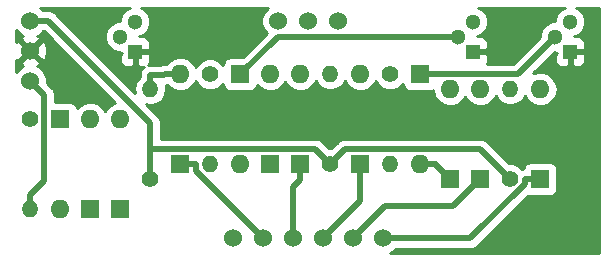
<source format=gbr>
G04 #@! TF.GenerationSoftware,KiCad,Pcbnew,(5.0.0)*
G04 #@! TF.CreationDate,2019-01-17T16:00:18+00:00*
G04 #@! TF.ProjectId,LS01,4C5330312E6B696361645F7063620000,rev?*
G04 #@! TF.SameCoordinates,Original*
G04 #@! TF.FileFunction,Copper,L2,Bot,Signal*
G04 #@! TF.FilePolarity,Positive*
%FSLAX46Y46*%
G04 Gerber Fmt 4.6, Leading zero omitted, Abs format (unit mm)*
G04 Created by KiCad (PCBNEW (5.0.0)) date 01/17/19 16:00:18*
%MOMM*%
%LPD*%
G01*
G04 APERTURE LIST*
G04 #@! TA.AperFunction,ComponentPad*
%ADD10C,1.400000*%
G04 #@! TD*
G04 #@! TA.AperFunction,ComponentPad*
%ADD11O,1.400000X1.400000*%
G04 #@! TD*
G04 #@! TA.AperFunction,ComponentPad*
%ADD12R,1.600000X1.600000*%
G04 #@! TD*
G04 #@! TA.AperFunction,ComponentPad*
%ADD13O,1.600000X1.600000*%
G04 #@! TD*
G04 #@! TA.AperFunction,ComponentPad*
%ADD14C,1.300000*%
G04 #@! TD*
G04 #@! TA.AperFunction,ComponentPad*
%ADD15R,1.300000X1.300000*%
G04 #@! TD*
G04 #@! TA.AperFunction,ComponentPad*
%ADD16C,1.524000*%
G04 #@! TD*
G04 #@! TA.AperFunction,Conductor*
%ADD17C,0.500000*%
G04 #@! TD*
G04 #@! TA.AperFunction,Conductor*
%ADD18C,0.254000*%
G04 #@! TD*
G04 APERTURE END LIST*
D10*
G04 #@! TO.P,R1,1*
G04 #@! TO.N,Net-(D8-Pad1)*
X97155000Y-48260000D03*
D11*
G04 #@! TO.P,R1,2*
G04 #@! TO.N,-6v*
X97155000Y-55880000D03*
G04 #@! TD*
D12*
G04 #@! TO.P,D1,1*
G04 #@! TO.N,1*
X104775000Y-55880000D03*
D13*
G04 #@! TO.P,D1,2*
G04 #@! TO.N,Net-(D1-Pad2)*
X104775000Y-48260000D03*
G04 #@! TD*
D12*
G04 #@! TO.P,D2,1*
G04 #@! TO.N,2*
X109855000Y-52070000D03*
D13*
G04 #@! TO.P,D2,2*
G04 #@! TO.N,Net-(D1-Pad2)*
X109855000Y-44450000D03*
G04 #@! TD*
D12*
G04 #@! TO.P,D3,1*
G04 #@! TO.N,3*
X120015000Y-52070000D03*
D13*
G04 #@! TO.P,D3,2*
G04 #@! TO.N,Net-(D3-Pad2)*
X120015000Y-44450000D03*
G04 #@! TD*
D12*
G04 #@! TO.P,D4,1*
G04 #@! TO.N,4*
X125095000Y-52070000D03*
D13*
G04 #@! TO.P,D4,2*
G04 #@! TO.N,Net-(D3-Pad2)*
X125095000Y-44450000D03*
G04 #@! TD*
D12*
G04 #@! TO.P,D5,1*
G04 #@! TO.N,5*
X135255000Y-53340000D03*
D13*
G04 #@! TO.P,D5,2*
G04 #@! TO.N,Net-(D11-Pad2)*
X135255000Y-45720000D03*
G04 #@! TD*
D12*
G04 #@! TO.P,D6,1*
G04 #@! TO.N,6*
X140335000Y-53340000D03*
D13*
G04 #@! TO.P,D6,2*
G04 #@! TO.N,Net-(D11-Pad2)*
X140335000Y-45720000D03*
G04 #@! TD*
D12*
G04 #@! TO.P,D7,1*
G04 #@! TO.N,Net-(D7-Pad1)*
X102235000Y-55880000D03*
D13*
G04 #@! TO.P,D7,2*
G04 #@! TO.N,Net-(D1-Pad2)*
X102235000Y-48260000D03*
G04 #@! TD*
D12*
G04 #@! TO.P,D8,1*
G04 #@! TO.N,Net-(D8-Pad1)*
X99695000Y-48260000D03*
D13*
G04 #@! TO.P,D8,2*
G04 #@! TO.N,Net-(D7-Pad1)*
X99695000Y-55880000D03*
G04 #@! TD*
D12*
G04 #@! TO.P,D9,1*
G04 #@! TO.N,Net-(D10-Pad2)*
X117475000Y-52070000D03*
D13*
G04 #@! TO.P,D9,2*
G04 #@! TO.N,Net-(D3-Pad2)*
X117475000Y-44450000D03*
G04 #@! TD*
D12*
G04 #@! TO.P,D10,1*
G04 #@! TO.N,Net-(D10-Pad1)*
X114935000Y-44450000D03*
D13*
G04 #@! TO.P,D10,2*
G04 #@! TO.N,Net-(D10-Pad2)*
X114935000Y-52070000D03*
G04 #@! TD*
D12*
G04 #@! TO.P,D11,1*
G04 #@! TO.N,Net-(D11-Pad1)*
X132715000Y-53340000D03*
D13*
G04 #@! TO.P,D11,2*
G04 #@! TO.N,Net-(D11-Pad2)*
X132715000Y-45720000D03*
G04 #@! TD*
D12*
G04 #@! TO.P,D12,1*
G04 #@! TO.N,Net-(D12-Pad1)*
X130175000Y-44450000D03*
D13*
G04 #@! TO.P,D12,2*
G04 #@! TO.N,Net-(D11-Pad1)*
X130175000Y-52070000D03*
G04 #@! TD*
D10*
G04 #@! TO.P,R2,1*
G04 #@! TO.N,+6v*
X107315000Y-53340000D03*
D11*
G04 #@! TO.P,R2,2*
G04 #@! TO.N,Net-(D1-Pad2)*
X107315000Y-45720000D03*
G04 #@! TD*
D10*
G04 #@! TO.P,R3,1*
G04 #@! TO.N,Net-(D10-Pad1)*
X112395000Y-44450000D03*
D11*
G04 #@! TO.P,R3,2*
G04 #@! TO.N,-6v*
X112395000Y-52070000D03*
G04 #@! TD*
D10*
G04 #@! TO.P,R4,1*
G04 #@! TO.N,+6v*
X122555000Y-52070000D03*
D11*
G04 #@! TO.P,R4,2*
G04 #@! TO.N,Net-(D3-Pad2)*
X122555000Y-44450000D03*
G04 #@! TD*
D10*
G04 #@! TO.P,R5,1*
G04 #@! TO.N,Net-(D12-Pad1)*
X127635000Y-44450000D03*
D11*
G04 #@! TO.P,R5,2*
G04 #@! TO.N,-6v*
X127635000Y-52070000D03*
G04 #@! TD*
D10*
G04 #@! TO.P,R6,1*
G04 #@! TO.N,+6v*
X137795000Y-53340000D03*
D11*
G04 #@! TO.P,R6,2*
G04 #@! TO.N,Net-(D11-Pad2)*
X137795000Y-45720000D03*
G04 #@! TD*
D14*
G04 #@! TO.P,VT1,2*
G04 #@! TO.N,Net-(D8-Pad1)*
X104775000Y-41275000D03*
G04 #@! TO.P,VT1,3*
G04 #@! TO.N,11*
X106045000Y-40005000D03*
D15*
G04 #@! TO.P,VT1,1*
G04 #@! TO.N,0v*
X106045000Y-42545000D03*
G04 #@! TD*
D14*
G04 #@! TO.P,VT2,2*
G04 #@! TO.N,Net-(D10-Pad1)*
X133350000Y-41275000D03*
G04 #@! TO.P,VT2,3*
G04 #@! TO.N,12*
X134620000Y-40005000D03*
D15*
G04 #@! TO.P,VT2,1*
G04 #@! TO.N,0v*
X134620000Y-42545000D03*
G04 #@! TD*
D14*
G04 #@! TO.P,VT3,2*
G04 #@! TO.N,Net-(D12-Pad1)*
X141605000Y-41275000D03*
G04 #@! TO.P,VT3,3*
G04 #@! TO.N,13*
X142875000Y-40005000D03*
D15*
G04 #@! TO.P,VT3,1*
G04 #@! TO.N,0v*
X142875000Y-42545000D03*
G04 #@! TD*
D16*
G04 #@! TO.P,J1,21*
G04 #@! TO.N,+6v*
X97155000Y-39941500D03*
G04 #@! TO.P,J1,22*
G04 #@! TO.N,0v*
X97155000Y-42481500D03*
G04 #@! TO.P,J1,23*
G04 #@! TO.N,-6v*
X97155000Y-45021500D03*
G04 #@! TO.P,J1,1*
G04 #@! TO.N,1*
X114300000Y-58356500D03*
G04 #@! TO.P,J1,2*
G04 #@! TO.N,2*
X116840000Y-58356500D03*
G04 #@! TO.P,J1,3*
G04 #@! TO.N,3*
X119380000Y-58356500D03*
G04 #@! TO.P,J1,4*
G04 #@! TO.N,4*
X121920000Y-58356500D03*
G04 #@! TO.P,J1,5*
G04 #@! TO.N,5*
X124460000Y-58356500D03*
G04 #@! TO.P,J1,6*
G04 #@! TO.N,6*
X127000000Y-58356500D03*
G04 #@! TO.P,J1,11*
G04 #@! TO.N,11*
X118110000Y-39941500D03*
G04 #@! TO.P,J1,12*
G04 #@! TO.N,12*
X120650000Y-39941500D03*
G04 #@! TO.P,J1,13*
G04 #@! TO.N,13*
X123190000Y-39941500D03*
G04 #@! TD*
D17*
G04 #@! TO.N,Net-(D1-Pad2)*
X107315000Y-45720000D02*
X107315000Y-44520000D01*
X109855000Y-44450000D02*
X108555000Y-44450000D01*
X108555000Y-44450000D02*
X108485000Y-44520000D01*
X108485000Y-44520000D02*
X107315000Y-44520000D01*
G04 #@! TO.N,2*
X109855000Y-52070000D02*
X111155000Y-52070000D01*
X116840000Y-58356500D02*
X111155000Y-52671500D01*
X111155000Y-52671500D02*
X111155000Y-52070000D01*
G04 #@! TO.N,3*
X120015000Y-52070000D02*
X120015000Y-53370000D01*
X119380000Y-58356500D02*
X119380000Y-54005000D01*
X119380000Y-54005000D02*
X120015000Y-53370000D01*
G04 #@! TO.N,4*
X121920000Y-58356500D02*
X125095000Y-55181500D01*
X125095000Y-55181500D02*
X125095000Y-52070000D01*
G04 #@! TO.N,5*
X124460000Y-58356500D02*
X127193500Y-55623000D01*
X127193500Y-55623000D02*
X132972000Y-55623000D01*
X132972000Y-55623000D02*
X135255000Y-53340000D01*
G04 #@! TO.N,6*
X140335000Y-53340000D02*
X139035000Y-53340000D01*
X127000000Y-58356500D02*
X134424700Y-58356500D01*
X134424700Y-58356500D02*
X139035000Y-53746200D01*
X139035000Y-53746200D02*
X139035000Y-53340000D01*
G04 #@! TO.N,Net-(D10-Pad1)*
X133350000Y-41275000D02*
X118110000Y-41275000D01*
X118110000Y-41275000D02*
X114935000Y-44450000D01*
G04 #@! TO.N,Net-(D11-Pad1)*
X130175000Y-52070000D02*
X131475000Y-52070000D01*
X131475000Y-52070000D02*
X131475000Y-52100000D01*
X131475000Y-52100000D02*
X132715000Y-53340000D01*
G04 #@! TO.N,Net-(D12-Pad1)*
X141605000Y-41275000D02*
X138430000Y-44450000D01*
X138430000Y-44450000D02*
X130175000Y-44450000D01*
G04 #@! TO.N,+6v*
X107315000Y-50815200D02*
X107315000Y-48592000D01*
X107315000Y-48592000D02*
X98664500Y-39941500D01*
X98664500Y-39941500D02*
X97155000Y-39941500D01*
X107315000Y-53340000D02*
X107315000Y-50815200D01*
X122555000Y-52070000D02*
X121300200Y-50815200D01*
X121300200Y-50815200D02*
X107315000Y-50815200D01*
X137795000Y-53340000D02*
X135271500Y-50816500D01*
X135271500Y-50816500D02*
X123808500Y-50816500D01*
X123808500Y-50816500D02*
X122555000Y-52070000D01*
G04 #@! TO.N,-6v*
X97155000Y-55880000D02*
X97155000Y-54680000D01*
X97155000Y-45021500D02*
X98354900Y-46221400D01*
X98354900Y-46221400D02*
X98354900Y-53480100D01*
X98354900Y-53480100D02*
X97155000Y-54680000D01*
G04 #@! TD*
D18*
G04 #@! TO.N,0v*
G36*
X145340000Y-59615000D02*
X127612250Y-59615000D01*
X127791337Y-59540820D01*
X128090657Y-59241500D01*
X134337539Y-59241500D01*
X134424700Y-59258837D01*
X134511861Y-59241500D01*
X134511865Y-59241500D01*
X134770010Y-59190152D01*
X135062749Y-58994549D01*
X135112125Y-58920653D01*
X139293396Y-54739383D01*
X139535000Y-54787440D01*
X141135000Y-54787440D01*
X141382765Y-54738157D01*
X141592809Y-54597809D01*
X141733157Y-54387765D01*
X141782440Y-54140000D01*
X141782440Y-52540000D01*
X141733157Y-52292235D01*
X141592809Y-52082191D01*
X141382765Y-51941843D01*
X141135000Y-51892560D01*
X139535000Y-51892560D01*
X139287235Y-51941843D01*
X139077191Y-52082191D01*
X138936843Y-52292235D01*
X138902681Y-52463982D01*
X138822838Y-52479863D01*
X138551217Y-52208242D01*
X138060548Y-52005000D01*
X137711579Y-52005000D01*
X135958925Y-50252347D01*
X135909549Y-50178451D01*
X135616810Y-49982848D01*
X135358665Y-49931500D01*
X135358661Y-49931500D01*
X135271500Y-49914163D01*
X135184339Y-49931500D01*
X123895661Y-49931500D01*
X123808500Y-49914163D01*
X123721339Y-49931500D01*
X123721335Y-49931500D01*
X123469726Y-49981548D01*
X123463190Y-49982848D01*
X123244345Y-50129076D01*
X123244344Y-50129077D01*
X123170451Y-50178451D01*
X123121077Y-50252344D01*
X122638421Y-50735000D01*
X122471578Y-50735000D01*
X121987625Y-50251047D01*
X121938249Y-50177151D01*
X121645510Y-49981548D01*
X121387365Y-49930200D01*
X121387361Y-49930200D01*
X121300200Y-49912863D01*
X121213039Y-49930200D01*
X108200000Y-49930200D01*
X108200000Y-48679159D01*
X108217337Y-48591999D01*
X108200000Y-48504839D01*
X108200000Y-48504835D01*
X108148652Y-48246690D01*
X107953049Y-47953951D01*
X107879156Y-47904577D01*
X106991356Y-47016777D01*
X107183515Y-47055000D01*
X107446485Y-47055000D01*
X107835891Y-46977542D01*
X108277481Y-46682481D01*
X108572542Y-46240891D01*
X108676154Y-45720000D01*
X108611923Y-45397092D01*
X108744365Y-45370748D01*
X108820423Y-45484577D01*
X109295091Y-45801740D01*
X109713667Y-45885000D01*
X109996333Y-45885000D01*
X110414909Y-45801740D01*
X110889577Y-45484577D01*
X111191423Y-45032832D01*
X111263242Y-45206217D01*
X111638783Y-45581758D01*
X112129452Y-45785000D01*
X112660548Y-45785000D01*
X113151217Y-45581758D01*
X113487560Y-45245415D01*
X113487560Y-45250000D01*
X113536843Y-45497765D01*
X113677191Y-45707809D01*
X113887235Y-45848157D01*
X114135000Y-45897440D01*
X115735000Y-45897440D01*
X115982765Y-45848157D01*
X116192809Y-45707809D01*
X116333157Y-45497765D01*
X116359785Y-45363894D01*
X116440423Y-45484577D01*
X116915091Y-45801740D01*
X117333667Y-45885000D01*
X117616333Y-45885000D01*
X118034909Y-45801740D01*
X118509577Y-45484577D01*
X118745000Y-45132242D01*
X118980423Y-45484577D01*
X119455091Y-45801740D01*
X119873667Y-45885000D01*
X120156333Y-45885000D01*
X120574909Y-45801740D01*
X121049577Y-45484577D01*
X121345134Y-45042244D01*
X121592519Y-45412481D01*
X122034109Y-45707542D01*
X122423515Y-45785000D01*
X122686485Y-45785000D01*
X123075891Y-45707542D01*
X123517481Y-45412481D01*
X123764866Y-45042244D01*
X124060423Y-45484577D01*
X124535091Y-45801740D01*
X124953667Y-45885000D01*
X125236333Y-45885000D01*
X125654909Y-45801740D01*
X126129577Y-45484577D01*
X126431423Y-45032832D01*
X126503242Y-45206217D01*
X126878783Y-45581758D01*
X127369452Y-45785000D01*
X127900548Y-45785000D01*
X128391217Y-45581758D01*
X128727560Y-45245415D01*
X128727560Y-45250000D01*
X128776843Y-45497765D01*
X128917191Y-45707809D01*
X129127235Y-45848157D01*
X129375000Y-45897440D01*
X130975000Y-45897440D01*
X131222765Y-45848157D01*
X131270972Y-45815946D01*
X131363260Y-46279909D01*
X131680423Y-46754577D01*
X132155091Y-47071740D01*
X132573667Y-47155000D01*
X132856333Y-47155000D01*
X133274909Y-47071740D01*
X133749577Y-46754577D01*
X133985000Y-46402242D01*
X134220423Y-46754577D01*
X134695091Y-47071740D01*
X135113667Y-47155000D01*
X135396333Y-47155000D01*
X135814909Y-47071740D01*
X136289577Y-46754577D01*
X136585134Y-46312244D01*
X136832519Y-46682481D01*
X137274109Y-46977542D01*
X137663515Y-47055000D01*
X137926485Y-47055000D01*
X138315891Y-46977542D01*
X138757481Y-46682481D01*
X139004866Y-46312244D01*
X139300423Y-46754577D01*
X139775091Y-47071740D01*
X140193667Y-47155000D01*
X140476333Y-47155000D01*
X140894909Y-47071740D01*
X141369577Y-46754577D01*
X141686740Y-46279909D01*
X141798113Y-45720000D01*
X141686740Y-45160091D01*
X141369577Y-44685423D01*
X140894909Y-44368260D01*
X140476333Y-44285000D01*
X140193667Y-44285000D01*
X139775091Y-44368260D01*
X139739612Y-44391966D01*
X141571579Y-42560000D01*
X141590000Y-42560000D01*
X141590000Y-42672002D01*
X141748748Y-42672002D01*
X141590000Y-42830750D01*
X141590000Y-43321310D01*
X141686673Y-43554699D01*
X141865302Y-43733327D01*
X142098691Y-43830000D01*
X142589250Y-43830000D01*
X142748000Y-43671250D01*
X142748000Y-42672000D01*
X143002000Y-42672000D01*
X143002000Y-43671250D01*
X143160750Y-43830000D01*
X143651309Y-43830000D01*
X143884698Y-43733327D01*
X144063327Y-43554699D01*
X144160000Y-43321310D01*
X144160000Y-42830750D01*
X144001250Y-42672000D01*
X143002000Y-42672000D01*
X142748000Y-42672000D01*
X142728000Y-42672000D01*
X142728000Y-42418000D01*
X142748000Y-42418000D01*
X142748000Y-42398000D01*
X143002000Y-42398000D01*
X143002000Y-42418000D01*
X144001250Y-42418000D01*
X144160000Y-42259250D01*
X144160000Y-41768690D01*
X144063327Y-41535301D01*
X143884698Y-41356673D01*
X143651309Y-41260000D01*
X143203029Y-41260000D01*
X143602894Y-41094371D01*
X143964371Y-40732894D01*
X144160000Y-40260602D01*
X144160000Y-39749398D01*
X143964371Y-39277106D01*
X143602894Y-38915629D01*
X143347882Y-38810000D01*
X145340001Y-38810000D01*
X145340000Y-59615000D01*
X145340000Y-59615000D01*
G37*
X145340000Y-59615000D02*
X127612250Y-59615000D01*
X127791337Y-59540820D01*
X128090657Y-59241500D01*
X134337539Y-59241500D01*
X134424700Y-59258837D01*
X134511861Y-59241500D01*
X134511865Y-59241500D01*
X134770010Y-59190152D01*
X135062749Y-58994549D01*
X135112125Y-58920653D01*
X139293396Y-54739383D01*
X139535000Y-54787440D01*
X141135000Y-54787440D01*
X141382765Y-54738157D01*
X141592809Y-54597809D01*
X141733157Y-54387765D01*
X141782440Y-54140000D01*
X141782440Y-52540000D01*
X141733157Y-52292235D01*
X141592809Y-52082191D01*
X141382765Y-51941843D01*
X141135000Y-51892560D01*
X139535000Y-51892560D01*
X139287235Y-51941843D01*
X139077191Y-52082191D01*
X138936843Y-52292235D01*
X138902681Y-52463982D01*
X138822838Y-52479863D01*
X138551217Y-52208242D01*
X138060548Y-52005000D01*
X137711579Y-52005000D01*
X135958925Y-50252347D01*
X135909549Y-50178451D01*
X135616810Y-49982848D01*
X135358665Y-49931500D01*
X135358661Y-49931500D01*
X135271500Y-49914163D01*
X135184339Y-49931500D01*
X123895661Y-49931500D01*
X123808500Y-49914163D01*
X123721339Y-49931500D01*
X123721335Y-49931500D01*
X123469726Y-49981548D01*
X123463190Y-49982848D01*
X123244345Y-50129076D01*
X123244344Y-50129077D01*
X123170451Y-50178451D01*
X123121077Y-50252344D01*
X122638421Y-50735000D01*
X122471578Y-50735000D01*
X121987625Y-50251047D01*
X121938249Y-50177151D01*
X121645510Y-49981548D01*
X121387365Y-49930200D01*
X121387361Y-49930200D01*
X121300200Y-49912863D01*
X121213039Y-49930200D01*
X108200000Y-49930200D01*
X108200000Y-48679159D01*
X108217337Y-48591999D01*
X108200000Y-48504839D01*
X108200000Y-48504835D01*
X108148652Y-48246690D01*
X107953049Y-47953951D01*
X107879156Y-47904577D01*
X106991356Y-47016777D01*
X107183515Y-47055000D01*
X107446485Y-47055000D01*
X107835891Y-46977542D01*
X108277481Y-46682481D01*
X108572542Y-46240891D01*
X108676154Y-45720000D01*
X108611923Y-45397092D01*
X108744365Y-45370748D01*
X108820423Y-45484577D01*
X109295091Y-45801740D01*
X109713667Y-45885000D01*
X109996333Y-45885000D01*
X110414909Y-45801740D01*
X110889577Y-45484577D01*
X111191423Y-45032832D01*
X111263242Y-45206217D01*
X111638783Y-45581758D01*
X112129452Y-45785000D01*
X112660548Y-45785000D01*
X113151217Y-45581758D01*
X113487560Y-45245415D01*
X113487560Y-45250000D01*
X113536843Y-45497765D01*
X113677191Y-45707809D01*
X113887235Y-45848157D01*
X114135000Y-45897440D01*
X115735000Y-45897440D01*
X115982765Y-45848157D01*
X116192809Y-45707809D01*
X116333157Y-45497765D01*
X116359785Y-45363894D01*
X116440423Y-45484577D01*
X116915091Y-45801740D01*
X117333667Y-45885000D01*
X117616333Y-45885000D01*
X118034909Y-45801740D01*
X118509577Y-45484577D01*
X118745000Y-45132242D01*
X118980423Y-45484577D01*
X119455091Y-45801740D01*
X119873667Y-45885000D01*
X120156333Y-45885000D01*
X120574909Y-45801740D01*
X121049577Y-45484577D01*
X121345134Y-45042244D01*
X121592519Y-45412481D01*
X122034109Y-45707542D01*
X122423515Y-45785000D01*
X122686485Y-45785000D01*
X123075891Y-45707542D01*
X123517481Y-45412481D01*
X123764866Y-45042244D01*
X124060423Y-45484577D01*
X124535091Y-45801740D01*
X124953667Y-45885000D01*
X125236333Y-45885000D01*
X125654909Y-45801740D01*
X126129577Y-45484577D01*
X126431423Y-45032832D01*
X126503242Y-45206217D01*
X126878783Y-45581758D01*
X127369452Y-45785000D01*
X127900548Y-45785000D01*
X128391217Y-45581758D01*
X128727560Y-45245415D01*
X128727560Y-45250000D01*
X128776843Y-45497765D01*
X128917191Y-45707809D01*
X129127235Y-45848157D01*
X129375000Y-45897440D01*
X130975000Y-45897440D01*
X131222765Y-45848157D01*
X131270972Y-45815946D01*
X131363260Y-46279909D01*
X131680423Y-46754577D01*
X132155091Y-47071740D01*
X132573667Y-47155000D01*
X132856333Y-47155000D01*
X133274909Y-47071740D01*
X133749577Y-46754577D01*
X133985000Y-46402242D01*
X134220423Y-46754577D01*
X134695091Y-47071740D01*
X135113667Y-47155000D01*
X135396333Y-47155000D01*
X135814909Y-47071740D01*
X136289577Y-46754577D01*
X136585134Y-46312244D01*
X136832519Y-46682481D01*
X137274109Y-46977542D01*
X137663515Y-47055000D01*
X137926485Y-47055000D01*
X138315891Y-46977542D01*
X138757481Y-46682481D01*
X139004866Y-46312244D01*
X139300423Y-46754577D01*
X139775091Y-47071740D01*
X140193667Y-47155000D01*
X140476333Y-47155000D01*
X140894909Y-47071740D01*
X141369577Y-46754577D01*
X141686740Y-46279909D01*
X141798113Y-45720000D01*
X141686740Y-45160091D01*
X141369577Y-44685423D01*
X140894909Y-44368260D01*
X140476333Y-44285000D01*
X140193667Y-44285000D01*
X139775091Y-44368260D01*
X139739612Y-44391966D01*
X141571579Y-42560000D01*
X141590000Y-42560000D01*
X141590000Y-42672002D01*
X141748748Y-42672002D01*
X141590000Y-42830750D01*
X141590000Y-43321310D01*
X141686673Y-43554699D01*
X141865302Y-43733327D01*
X142098691Y-43830000D01*
X142589250Y-43830000D01*
X142748000Y-43671250D01*
X142748000Y-42672000D01*
X143002000Y-42672000D01*
X143002000Y-43671250D01*
X143160750Y-43830000D01*
X143651309Y-43830000D01*
X143884698Y-43733327D01*
X144063327Y-43554699D01*
X144160000Y-43321310D01*
X144160000Y-42830750D01*
X144001250Y-42672000D01*
X143002000Y-42672000D01*
X142748000Y-42672000D01*
X142728000Y-42672000D01*
X142728000Y-42418000D01*
X142748000Y-42418000D01*
X142748000Y-42398000D01*
X143002000Y-42398000D01*
X143002000Y-42418000D01*
X144001250Y-42418000D01*
X144160000Y-42259250D01*
X144160000Y-41768690D01*
X144063327Y-41535301D01*
X143884698Y-41356673D01*
X143651309Y-41260000D01*
X143203029Y-41260000D01*
X143602894Y-41094371D01*
X143964371Y-40732894D01*
X144160000Y-40260602D01*
X144160000Y-39749398D01*
X143964371Y-39277106D01*
X143602894Y-38915629D01*
X143347882Y-38810000D01*
X145340001Y-38810000D01*
X145340000Y-59615000D01*
G36*
X95970680Y-40732837D02*
X96363663Y-41125820D01*
X96554647Y-41204928D01*
X96423857Y-41259103D01*
X96354392Y-41501287D01*
X97155000Y-42301895D01*
X97955608Y-41501287D01*
X97886143Y-41259103D01*
X97745607Y-41208965D01*
X97946337Y-41125820D01*
X98245657Y-40826500D01*
X98297922Y-40826500D01*
X104352374Y-46880953D01*
X104215091Y-46908260D01*
X103740423Y-47225423D01*
X103505000Y-47577758D01*
X103269577Y-47225423D01*
X102794909Y-46908260D01*
X102376333Y-46825000D01*
X102093667Y-46825000D01*
X101675091Y-46908260D01*
X101200423Y-47225423D01*
X101119785Y-47346106D01*
X101093157Y-47212235D01*
X100952809Y-47002191D01*
X100742765Y-46861843D01*
X100495000Y-46812560D01*
X99239900Y-46812560D01*
X99239900Y-46308561D01*
X99257237Y-46221400D01*
X99239900Y-46134239D01*
X99239900Y-46134235D01*
X99188552Y-45876090D01*
X99169888Y-45848157D01*
X99042324Y-45657245D01*
X99042323Y-45657244D01*
X98992949Y-45583351D01*
X98919056Y-45533977D01*
X98552000Y-45166921D01*
X98552000Y-44743619D01*
X98339320Y-44230163D01*
X97946337Y-43837180D01*
X97755353Y-43758072D01*
X97886143Y-43703897D01*
X97955608Y-43461713D01*
X97155000Y-42661105D01*
X96354392Y-43461713D01*
X96423857Y-43703897D01*
X96564393Y-43754035D01*
X96363663Y-43837180D01*
X95970680Y-44230163D01*
X95960000Y-44255947D01*
X95960000Y-43220501D01*
X96174787Y-43282108D01*
X96975395Y-42481500D01*
X97334605Y-42481500D01*
X98135213Y-43282108D01*
X98377397Y-43212643D01*
X98564144Y-42689198D01*
X98536362Y-42134132D01*
X98377397Y-41750357D01*
X98135213Y-41680892D01*
X97334605Y-42481500D01*
X96975395Y-42481500D01*
X96174787Y-41680892D01*
X95960000Y-41742499D01*
X95960000Y-40707053D01*
X95970680Y-40732837D01*
X95970680Y-40732837D01*
G37*
X95970680Y-40732837D02*
X96363663Y-41125820D01*
X96554647Y-41204928D01*
X96423857Y-41259103D01*
X96354392Y-41501287D01*
X97155000Y-42301895D01*
X97955608Y-41501287D01*
X97886143Y-41259103D01*
X97745607Y-41208965D01*
X97946337Y-41125820D01*
X98245657Y-40826500D01*
X98297922Y-40826500D01*
X104352374Y-46880953D01*
X104215091Y-46908260D01*
X103740423Y-47225423D01*
X103505000Y-47577758D01*
X103269577Y-47225423D01*
X102794909Y-46908260D01*
X102376333Y-46825000D01*
X102093667Y-46825000D01*
X101675091Y-46908260D01*
X101200423Y-47225423D01*
X101119785Y-47346106D01*
X101093157Y-47212235D01*
X100952809Y-47002191D01*
X100742765Y-46861843D01*
X100495000Y-46812560D01*
X99239900Y-46812560D01*
X99239900Y-46308561D01*
X99257237Y-46221400D01*
X99239900Y-46134239D01*
X99239900Y-46134235D01*
X99188552Y-45876090D01*
X99169888Y-45848157D01*
X99042324Y-45657245D01*
X99042323Y-45657244D01*
X98992949Y-45583351D01*
X98919056Y-45533977D01*
X98552000Y-45166921D01*
X98552000Y-44743619D01*
X98339320Y-44230163D01*
X97946337Y-43837180D01*
X97755353Y-43758072D01*
X97886143Y-43703897D01*
X97955608Y-43461713D01*
X97155000Y-42661105D01*
X96354392Y-43461713D01*
X96423857Y-43703897D01*
X96564393Y-43754035D01*
X96363663Y-43837180D01*
X95970680Y-44230163D01*
X95960000Y-44255947D01*
X95960000Y-43220501D01*
X96174787Y-43282108D01*
X96975395Y-42481500D01*
X97334605Y-42481500D01*
X98135213Y-43282108D01*
X98377397Y-43212643D01*
X98564144Y-42689198D01*
X98536362Y-42134132D01*
X98377397Y-41750357D01*
X98135213Y-41680892D01*
X97334605Y-42481500D01*
X96975395Y-42481500D01*
X96174787Y-41680892D01*
X95960000Y-41742499D01*
X95960000Y-40707053D01*
X95970680Y-40732837D01*
G36*
X105317106Y-38915629D02*
X104955629Y-39277106D01*
X104760000Y-39749398D01*
X104760000Y-39990000D01*
X104519398Y-39990000D01*
X104047106Y-40185629D01*
X103685629Y-40547106D01*
X103490000Y-41019398D01*
X103490000Y-41530602D01*
X103685629Y-42002894D01*
X104047106Y-42364371D01*
X104519398Y-42560000D01*
X104760000Y-42560000D01*
X104760000Y-42672002D01*
X104918748Y-42672002D01*
X104760000Y-42830750D01*
X104760000Y-43321310D01*
X104856673Y-43554699D01*
X105035302Y-43733327D01*
X105268691Y-43830000D01*
X105759250Y-43830000D01*
X105918000Y-43671250D01*
X105918000Y-42672000D01*
X105898000Y-42672000D01*
X105898000Y-42418000D01*
X105918000Y-42418000D01*
X105918000Y-42398000D01*
X106172000Y-42398000D01*
X106172000Y-42418000D01*
X107171250Y-42418000D01*
X107330000Y-42259250D01*
X107330000Y-41768690D01*
X107233327Y-41535301D01*
X107054698Y-41356673D01*
X106821309Y-41260000D01*
X106373029Y-41260000D01*
X106772894Y-41094371D01*
X107134371Y-40732894D01*
X107330000Y-40260602D01*
X107330000Y-39749398D01*
X107134371Y-39277106D01*
X106772894Y-38915629D01*
X106517882Y-38810000D01*
X117265843Y-38810000D01*
X116925680Y-39150163D01*
X116713000Y-39663619D01*
X116713000Y-40219381D01*
X116925680Y-40732837D01*
X117163132Y-40970289D01*
X115130862Y-43002560D01*
X114135000Y-43002560D01*
X113887235Y-43051843D01*
X113677191Y-43192191D01*
X113536843Y-43402235D01*
X113487560Y-43650000D01*
X113487560Y-43654585D01*
X113151217Y-43318242D01*
X112660548Y-43115000D01*
X112129452Y-43115000D01*
X111638783Y-43318242D01*
X111263242Y-43693783D01*
X111191423Y-43867168D01*
X110889577Y-43415423D01*
X110414909Y-43098260D01*
X109996333Y-43015000D01*
X109713667Y-43015000D01*
X109295091Y-43098260D01*
X108820423Y-43415423D01*
X108720479Y-43565000D01*
X108642161Y-43565000D01*
X108555000Y-43547663D01*
X108467839Y-43565000D01*
X108467835Y-43565000D01*
X108209690Y-43616348D01*
X108181775Y-43635000D01*
X107402165Y-43635000D01*
X107315000Y-43617662D01*
X107227836Y-43635000D01*
X107227835Y-43635000D01*
X107134450Y-43653575D01*
X107233327Y-43554699D01*
X107330000Y-43321310D01*
X107330000Y-42830750D01*
X107171250Y-42672000D01*
X106172000Y-42672000D01*
X106172000Y-43671250D01*
X106330750Y-43830000D01*
X106754701Y-43830000D01*
X106676951Y-43881951D01*
X106481348Y-44174690D01*
X106412662Y-44520000D01*
X106430001Y-44607169D01*
X106430001Y-44705747D01*
X106352519Y-44757519D01*
X106057458Y-45199109D01*
X105953846Y-45720000D01*
X106018223Y-46043644D01*
X99351925Y-39377347D01*
X99302549Y-39303451D01*
X99009810Y-39107848D01*
X98751665Y-39056500D01*
X98751661Y-39056500D01*
X98664500Y-39039163D01*
X98577339Y-39056500D01*
X98245657Y-39056500D01*
X97999157Y-38810000D01*
X105572118Y-38810000D01*
X105317106Y-38915629D01*
X105317106Y-38915629D01*
G37*
X105317106Y-38915629D02*
X104955629Y-39277106D01*
X104760000Y-39749398D01*
X104760000Y-39990000D01*
X104519398Y-39990000D01*
X104047106Y-40185629D01*
X103685629Y-40547106D01*
X103490000Y-41019398D01*
X103490000Y-41530602D01*
X103685629Y-42002894D01*
X104047106Y-42364371D01*
X104519398Y-42560000D01*
X104760000Y-42560000D01*
X104760000Y-42672002D01*
X104918748Y-42672002D01*
X104760000Y-42830750D01*
X104760000Y-43321310D01*
X104856673Y-43554699D01*
X105035302Y-43733327D01*
X105268691Y-43830000D01*
X105759250Y-43830000D01*
X105918000Y-43671250D01*
X105918000Y-42672000D01*
X105898000Y-42672000D01*
X105898000Y-42418000D01*
X105918000Y-42418000D01*
X105918000Y-42398000D01*
X106172000Y-42398000D01*
X106172000Y-42418000D01*
X107171250Y-42418000D01*
X107330000Y-42259250D01*
X107330000Y-41768690D01*
X107233327Y-41535301D01*
X107054698Y-41356673D01*
X106821309Y-41260000D01*
X106373029Y-41260000D01*
X106772894Y-41094371D01*
X107134371Y-40732894D01*
X107330000Y-40260602D01*
X107330000Y-39749398D01*
X107134371Y-39277106D01*
X106772894Y-38915629D01*
X106517882Y-38810000D01*
X117265843Y-38810000D01*
X116925680Y-39150163D01*
X116713000Y-39663619D01*
X116713000Y-40219381D01*
X116925680Y-40732837D01*
X117163132Y-40970289D01*
X115130862Y-43002560D01*
X114135000Y-43002560D01*
X113887235Y-43051843D01*
X113677191Y-43192191D01*
X113536843Y-43402235D01*
X113487560Y-43650000D01*
X113487560Y-43654585D01*
X113151217Y-43318242D01*
X112660548Y-43115000D01*
X112129452Y-43115000D01*
X111638783Y-43318242D01*
X111263242Y-43693783D01*
X111191423Y-43867168D01*
X110889577Y-43415423D01*
X110414909Y-43098260D01*
X109996333Y-43015000D01*
X109713667Y-43015000D01*
X109295091Y-43098260D01*
X108820423Y-43415423D01*
X108720479Y-43565000D01*
X108642161Y-43565000D01*
X108555000Y-43547663D01*
X108467839Y-43565000D01*
X108467835Y-43565000D01*
X108209690Y-43616348D01*
X108181775Y-43635000D01*
X107402165Y-43635000D01*
X107315000Y-43617662D01*
X107227836Y-43635000D01*
X107227835Y-43635000D01*
X107134450Y-43653575D01*
X107233327Y-43554699D01*
X107330000Y-43321310D01*
X107330000Y-42830750D01*
X107171250Y-42672000D01*
X106172000Y-42672000D01*
X106172000Y-43671250D01*
X106330750Y-43830000D01*
X106754701Y-43830000D01*
X106676951Y-43881951D01*
X106481348Y-44174690D01*
X106412662Y-44520000D01*
X106430001Y-44607169D01*
X106430001Y-44705747D01*
X106352519Y-44757519D01*
X106057458Y-45199109D01*
X105953846Y-45720000D01*
X106018223Y-46043644D01*
X99351925Y-39377347D01*
X99302549Y-39303451D01*
X99009810Y-39107848D01*
X98751665Y-39056500D01*
X98751661Y-39056500D01*
X98664500Y-39039163D01*
X98577339Y-39056500D01*
X98245657Y-39056500D01*
X97999157Y-38810000D01*
X105572118Y-38810000D01*
X105317106Y-38915629D01*
G36*
X142147106Y-38915629D02*
X141785629Y-39277106D01*
X141590000Y-39749398D01*
X141590000Y-39990000D01*
X141349398Y-39990000D01*
X140877106Y-40185629D01*
X140515629Y-40547106D01*
X140320000Y-41019398D01*
X140320000Y-41308421D01*
X138063422Y-43565000D01*
X135798026Y-43565000D01*
X135808327Y-43554699D01*
X135905000Y-43321310D01*
X135905000Y-42830750D01*
X135746250Y-42672000D01*
X134747000Y-42672000D01*
X134747000Y-42692000D01*
X134493000Y-42692000D01*
X134493000Y-42672000D01*
X134473000Y-42672000D01*
X134473000Y-42418000D01*
X134493000Y-42418000D01*
X134493000Y-42398000D01*
X134747000Y-42398000D01*
X134747000Y-42418000D01*
X135746250Y-42418000D01*
X135905000Y-42259250D01*
X135905000Y-41768690D01*
X135808327Y-41535301D01*
X135629698Y-41356673D01*
X135396309Y-41260000D01*
X134948029Y-41260000D01*
X135347894Y-41094371D01*
X135709371Y-40732894D01*
X135905000Y-40260602D01*
X135905000Y-39749398D01*
X135709371Y-39277106D01*
X135347894Y-38915629D01*
X135092882Y-38810000D01*
X142402118Y-38810000D01*
X142147106Y-38915629D01*
X142147106Y-38915629D01*
G37*
X142147106Y-38915629D02*
X141785629Y-39277106D01*
X141590000Y-39749398D01*
X141590000Y-39990000D01*
X141349398Y-39990000D01*
X140877106Y-40185629D01*
X140515629Y-40547106D01*
X140320000Y-41019398D01*
X140320000Y-41308421D01*
X138063422Y-43565000D01*
X135798026Y-43565000D01*
X135808327Y-43554699D01*
X135905000Y-43321310D01*
X135905000Y-42830750D01*
X135746250Y-42672000D01*
X134747000Y-42672000D01*
X134747000Y-42692000D01*
X134493000Y-42692000D01*
X134493000Y-42672000D01*
X134473000Y-42672000D01*
X134473000Y-42418000D01*
X134493000Y-42418000D01*
X134493000Y-42398000D01*
X134747000Y-42398000D01*
X134747000Y-42418000D01*
X135746250Y-42418000D01*
X135905000Y-42259250D01*
X135905000Y-41768690D01*
X135808327Y-41535301D01*
X135629698Y-41356673D01*
X135396309Y-41260000D01*
X134948029Y-41260000D01*
X135347894Y-41094371D01*
X135709371Y-40732894D01*
X135905000Y-40260602D01*
X135905000Y-39749398D01*
X135709371Y-39277106D01*
X135347894Y-38915629D01*
X135092882Y-38810000D01*
X142402118Y-38810000D01*
X142147106Y-38915629D01*
G04 #@! TD*
M02*

</source>
